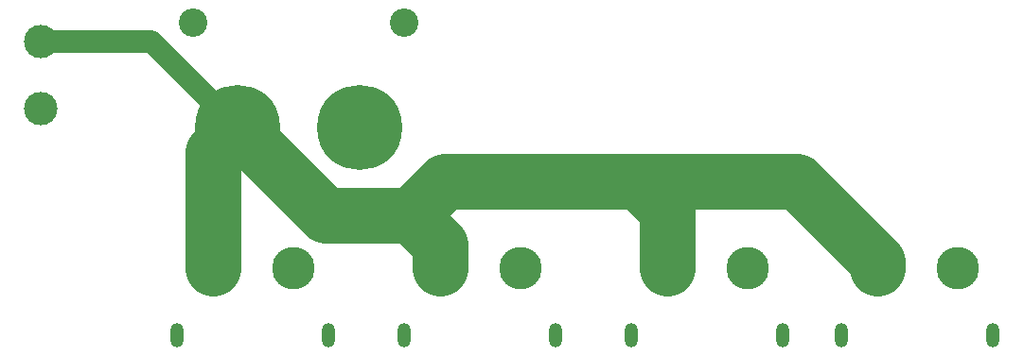
<source format=gtl>
G04 Layer: TopLayer*
G04 EasyEDA v6.5.22, 2023-03-20 13:27:50*
G04 0fcd681f2d4240da92ff1f52a303d1ac,10*
G04 Gerber Generator version 0.2*
G04 Scale: 100 percent, Rotated: No, Reflected: No *
G04 Dimensions in millimeters *
G04 leading zeros omitted , absolute positions ,4 integer and 5 decimal *
%FSLAX45Y45*%
%MOMM*%

%ADD10C,5.0000*%
%ADD11C,2.0000*%
%ADD12O,1.1999976X2.1999956000000003*%
%ADD13C,3.8000*%
%ADD14C,7.6200*%
%ADD15C,2.5499*%
%ADD16C,3.0000*%

%LPD*%
D10*
X5638800Y-3251200D02*
G01*
X7061200Y-3251200D01*
X7777200Y-3967200D01*
X7777200Y-4031995D01*
X2054986Y-2769984D02*
G01*
X1833600Y-2991370D01*
X1833600Y-4031995D01*
D11*
X2054986Y-2769984D02*
G01*
X1284998Y-1999995D01*
X299999Y-1999995D01*
D10*
X3606800Y-3556000D02*
G01*
X3911600Y-3251200D01*
X5638800Y-3251200D01*
X5897600Y-3510000D01*
X5897600Y-4031995D01*
X2054986Y-2769984D02*
G01*
X2841002Y-3556000D01*
X3606800Y-3556000D01*
X3865600Y-3814800D01*
X3865600Y-4031995D01*
D12*
G01*
X6932599Y-4631994D03*
G01*
X5582589Y-4631994D03*
D13*
G01*
X6617588Y-4031995D03*
G01*
X5897600Y-4031995D03*
D12*
G01*
X8812199Y-4631994D03*
G01*
X7462189Y-4631994D03*
D13*
G01*
X8497188Y-4031995D03*
G01*
X7777200Y-4031995D03*
D12*
G01*
X2868599Y-4631994D03*
G01*
X1518589Y-4631994D03*
D13*
G01*
X2553588Y-4031995D03*
G01*
X1833600Y-4031995D03*
D12*
G01*
X4900599Y-4631994D03*
G01*
X3550589Y-4631994D03*
D13*
G01*
X4585588Y-4031995D03*
G01*
X3865600Y-4031995D03*
D14*
G01*
X2054986Y-2769984D03*
G01*
X3145002Y-2769984D03*
D15*
G01*
X1654987Y-1830006D03*
G01*
X3545001Y-1830006D03*
D16*
G01*
X299999Y-1999995D03*
G01*
X299999Y-2599994D03*
M02*

</source>
